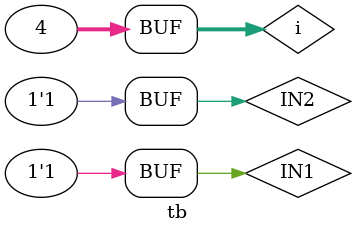
<source format=v>
module q5(output reg o0, o1, o2, o3,
	  input in1, in2);

always@(in1,in2)
	begin
		if({in2,in1} == 2'b00)
			{o3,o2,o1,o0} <= 4'b0001;
		else if({in2,in1} == 2'b01)
			{o3,o2,o1,o0} <= 4'b0010;
		else if({in2,in1} == 2'b10)
			{o3,o2,o1,o0} <= 4'b0100;
		else if({in2,in1} == 2'b11)
			{o3,o2,o1,o0} <= 4'b1000;
		else
			{o3,o2,o1,o0} <= 4'b0000;
	end

endmodule

//testbench
module tb;
  wire O0, O1, O2, O3;
  reg IN1, IN2;
  integer i;

  q5 i1 (.in1(IN1), .in2(IN2), .o0(O0), .o1(O1), .o2(O2), .o3(O3));

initial 
	begin
		IN1 <= 1'b0;
		IN2 <= 1'b0;

		$monitor("time=%t, in2=%b, in1=%b, o3=%b, 02=%b, 01=%b, o0=%b", $time, IN2, IN1, O3, O2, O1, O0);

		for(i=0; i<4; i=i+1)
			begin
				{IN2,IN1} = i;
				#10;
			end
	end
endmodule

</source>
